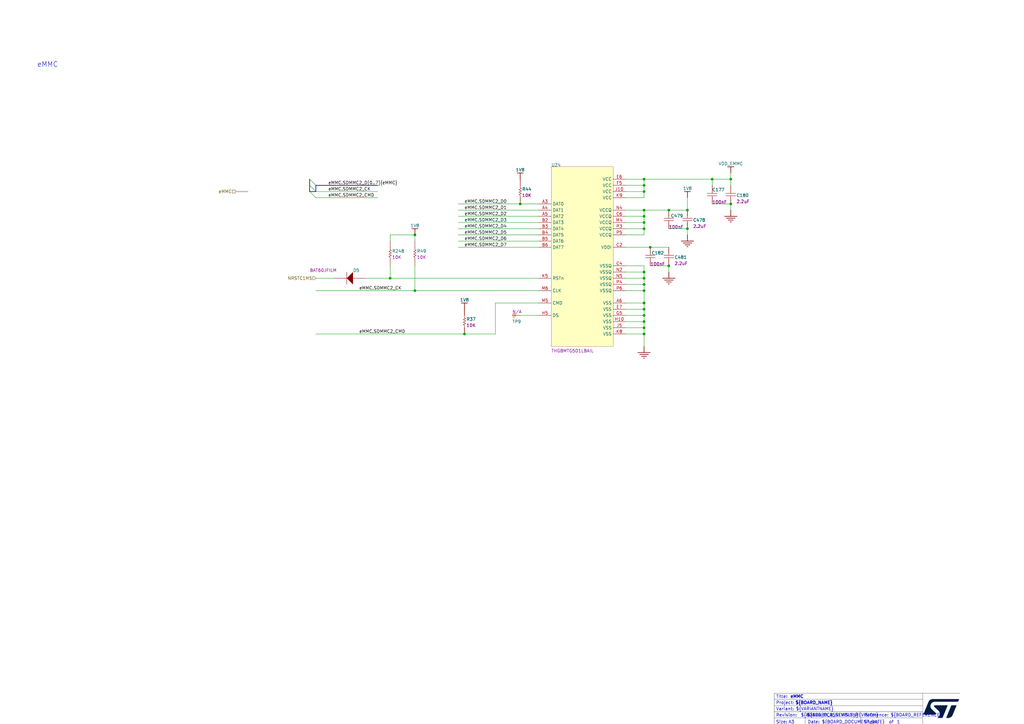
<source format=kicad_sch>
(kicad_sch (version 20250114) (generator "eeschema") (generator_version "9.0")
  (paper "A3")
  (title_block (title "eMMC") (date "Not used") (rev "Not used") (company "STMicroelectronics"))
  (lib_symbols
    (symbol "MCD_PARTS_database:root_0_BAT60JFILM_MCD_PARTS_database.DbLib" (pin_numbers (hide yes)) (pin_names (hide yes))
      (symbol "root_0_BAT60JFILM_MCD_PARTS_database.DbLib_1_0"
        (polyline (pts (xy -2.54 0) (xy -2.54 5.08)))
        (polyline (pts (xy 0 5.08) (xy -2.54 2.54) (xy 0 0) (xy 0 5.08)) (stroke (width -0.0001)) (fill (type outline)))
        (pin passive line (at -7.62 2.54 0) (length 5.08) (name "K") (number "2"))
        (pin passive line (at 5.08 2.54 180) (length 5.08) (name "A") (number "1"))
      )
    )
    (symbol "MCD_PARTS_database:root_0_eMMC_THGBMTG5D1LBAIL_MCD_PARTS_database.DbLib"
      (symbol "root_0_eMMC_THGBMTG5D1LBAIL_MCD_PARTS_database.DbLib_1_0"
        (rectangle (start 25.4 0) (end 0 -73.66) (stroke (width 0.0254) (color 128 0 0 1)) (fill (type background)))
        (pin passive line (at -5.08 -15.24 0) (length 5.08) (name "DAT0") (number "A3"))
        (pin passive line (at -5.08 -17.78 0) (length 5.08) (name "DAT1") (number "A4"))
        (pin passive line (at -5.08 -20.32 0) (length 5.08) (name "DAT2") (number "A5"))
        (pin passive line (at -5.08 -22.86 0) (length 5.08) (name "DAT3") (number "B2"))
        (pin passive line (at -5.08 -25.4 0) (length 5.08) (name "DAT4") (number "B3"))
        (pin passive line (at -5.08 -27.94 0) (length 5.08) (name "DAT5") (number "B4"))
        (pin passive line (at -5.08 -30.48 0) (length 5.08) (name "DAT6") (number "B5"))
        (pin passive line (at -5.08 -33.02 0) (length 5.08) (name "DAT7") (number "B6"))
        (pin input line (at -5.08 -45.72 0) (length 5.08) (name "RSTn") (number "K5"))
        (pin input line (at -5.08 -50.8 0) (length 5.08) (name "CLK") (number "M6"))
        (pin passive line (at -5.08 -55.88 0) (length 5.08) (name "CMD") (number "M5"))
        (pin output line (at -5.08 -60.96 0) (length 5.08) (name "DS") (number "H5"))
        (pin passive line (at 30.48 -5.08 180) (length 5.08) (name "VCC") (number "E6"))
        (pin passive line (at 30.48 -7.62 180) (length 5.08) (name "VCC") (number "F5"))
        (pin passive line (at 30.48 -10.16 180) (length 5.08) (name "VCC") (number "J10"))
        (pin passive line (at 30.48 -12.7 180) (length 5.08) (name "VCC") (number "K9"))
        (pin passive line (at 30.48 -17.78 180) (length 5.08) (name "VCCQ") (number "N4"))
        (pin passive line (at 30.48 -20.32 180) (length 5.08) (name "VCCQ") (number "C6"))
        (pin passive line (at 30.48 -22.86 180) (length 5.08) (name "VCCQ") (number "M4"))
        (pin passive line (at 30.48 -25.4 180) (length 5.08) (name "VCCQ") (number "P3"))
        (pin passive line (at 30.48 -27.94 180) (length 5.08) (name "VCCQ") (number "P5"))
        (pin passive line (at 30.48 -33.02 180) (length 5.08) (name "VDDI") (number "C2"))
        (pin passive line (at 30.48 -40.64 180) (length 5.08) (name "VSSQ") (number "C4"))
        (pin passive line (at 30.48 -43.18 180) (length 5.08) (name "VSSQ") (number "N2"))
        (pin passive line (at 30.48 -45.72 180) (length 5.08) (name "VSSQ") (number "N5"))
        (pin passive line (at 30.48 -48.26 180) (length 5.08) (name "VSSQ") (number "P4"))
        (pin passive line (at 30.48 -50.8 180) (length 5.08) (name "VSSQ") (number "P6"))
        (pin passive line (at 30.48 -55.88 180) (length 5.08) (name "VSS") (number "A6"))
        (pin passive line (at 30.48 -58.42 180) (length 5.08) (name "VSS") (number "E7"))
        (pin passive line (at 30.48 -60.96 180) (length 5.08) (name "VSS") (number "G5"))
        (pin passive line (at 30.48 -63.5 180) (length 5.08) (name "VSS") (number "H10"))
        (pin passive line (at 30.48 -66.04 180) (length 5.08) (name "VSS") (number "J5"))
        (pin passive line (at 30.48 -68.58 180) (length 5.08) (name "VSS") (number "K8"))
      )
    )
    (symbol "MCD_PARTS_database:root_1_Capacitor_MCD_PARTS_database.DbLib" (pin_numbers (hide yes)) (pin_names (hide yes))
      (symbol "root_1_Capacitor_MCD_PARTS_database.DbLib_1_0"
        (polyline (pts (xy 0.508 1.778) (xy 4.572 1.778)))
        (polyline (pts (xy 2.54 2.54) (xy 2.54 1.778)))
        (polyline (pts (xy 2.54 0) (xy 2.54 0.762)))
        (polyline (pts (xy 4.572 0.762) (xy 0.508 0.762)))
        (pin passive line (at 2.54 5.08 270) (length 2.54) (name "2") (number "2"))
        (pin passive line (at 2.54 -2.54 90) (length 2.54) (name "1") (number "1"))
      )
    )
    (symbol "MCD_PARTS_database:root_1_Resistor_MCD_PARTS_database.DbLib" (pin_numbers (hide yes)) (pin_names (hide yes))
      (symbol "root_1_Resistor_MCD_PARTS_database.DbLib_1_0"
        (polyline (pts (xy 2.54 5.08) (xy 2.54 4.064) (xy 3.048 3.81) (xy 2.032 3.302) (xy 3.048 2.794) (xy 2.032 2.286) (xy 3.048 1.778) (xy 2.032 1.27) (xy 2.54 1.016) (xy 2.54 0)))
        (pin passive line (at 2.54 7.62 270) (length 2.54) (name "2") (number "2"))
        (pin passive line (at 2.54 -2.54 90) (length 2.54) (name "1") (number "1"))
      )
    )
    (symbol "MCD_PARTS_database:root_2_Test Point_MCD_PARTS_database.DbLib" (pin_numbers (hide yes)) (pin_names (hide yes))
      (symbol "root_2_Test Point_MCD_PARTS_database.DbLib_1_0"
        (bezier (pts (xy -0.762 0) (xy -0.762 0) (xy -0.4209 0) (xy 0 0)) (stroke (width 0.0254)) (fill (type background)))
        (bezier (pts (xy 0 0.762) (xy 0 0.762) (xy 0 0.4208) (xy 0 0)) (stroke (width 0.0254)) (fill (type background)))
        (bezier (pts (xy 0 0) (xy -0.4209 0) (xy -0.762 0) (xy -0.762 0)) (stroke (width 0.0254)) (fill (type background)))
        (bezier (pts (xy 0 0) (xy 0 0.4208) (xy 0 0.762) (xy 0 0.762)) (stroke (width 0.0254)) (fill (type background)))
        (polyline (pts (xy 0 0) (xy 0 0.762) (xy 0 0) (xy 0 -0.762) (xy 0 0)) (stroke (width -0.0001)) (fill (type background)))
        (bezier (pts (xy 0 0) (xy 0 -0.4209) (xy 0 -0.762) (xy 0 -0.762)) (stroke (width 0.0254)) (fill (type background)))
        (circle (center 0 0) (radius 0.762) (stroke (width 0.0254)) (fill (type background)))
        (bezier (pts (xy 0 0) (xy 0.4208 0) (xy 0.762 0) (xy 0.762 0)) (stroke (width 0.0254)) (fill (type background)))
        (bezier (pts (xy 0 -0.762) (xy 0 -0.762) (xy 0 -0.4209) (xy 0 0)) (stroke (width 0.0254)) (fill (type background)))
        (polyline (pts (xy 0.762 0) (xy 0 0) (xy -0.762 0) (xy 0 0) (xy 0.762 0)) (stroke (width -0.0001)) (fill (type background)))
        (bezier (pts (xy 0.762 0) (xy 0.762 0) (xy 0.4208 0) (xy 0 0)) (stroke (width 0.0254)) (fill (type background)))
        (pin passive line (at 2.54 0 180) (length 2.54) (name "1") (number "1"))
      )
    )
    (symbol "STM32MP25XXAJ_DDR4-altium-import:1V8_BAR" (power)
      (property "Value" "1V8" (at 0 -3.81 0))
      (symbol "1V8_BAR_0_0"
        (polyline (pts (xy -1.27 -2.54) (xy 1.27 -2.54)) (stroke (width 0.254)))
        (polyline (pts (xy 0 0) (xy 0 -2.54)) (stroke (width 0.254)))
        (pin power_in line (at 0 0 0) (length 0) (hide yes) (name "1V8") (number ""))
      )
    )
    (symbol "STM32MP25XXAJ_DDR4-altium-import:GND_POWER_GROUND" (power)
      (property "Value" "GND" (at 0 -6.35 0))
      (symbol "GND_POWER_GROUND_0_0"
        (polyline (pts (xy -2.54 -2.54) (xy 2.54 -2.54)) (stroke (width 0.254)))
        (polyline (pts (xy -1.778 -3.302) (xy 1.778 -3.302)) (stroke (width 0.254)))
        (polyline (pts (xy -1.016 -4.064) (xy 1.016 -4.064)) (stroke (width 0.254)))
        (polyline (pts (xy -0.254 -4.826) (xy 0.254 -4.826)) (stroke (width 0.254)))
        (polyline (pts (xy 0 0) (xy 0 -2.54)) (stroke (width 0.254)))
        (pin power_in line (at 0 0 0) (length 0) (hide yes) (name "GND") (number ""))
      )
    )
    (symbol "STM32MP25XXAJ_DDR4-altium-import:VDD_EMMC_BAR" (power)
      (property "Value" "VDD_EMMC" (at 0 -3.81 0))
      (symbol "VDD_EMMC_BAR_0_0"
        (polyline (pts (xy -1.27 -2.54) (xy 1.27 -2.54)) (stroke (width 0.254)))
        (polyline (pts (xy 0 0) (xy 0 -2.54)) (stroke (width 0.254)))
        (pin power_in line (at 0 0 0) (length 0) (hide yes) (name "VDD_EMMC") (number ""))
      )
    )
    (symbol "root_1_Capacitor_MCD_PARTS_database.DbLib_1" (pin_numbers (hide yes)) (pin_names (hide yes))
      (symbol "root_1_Capacitor_MCD_PARTS_database.DbLib_1_1_0"
        (polyline (pts (xy 0.508 1.778) (xy 4.572 1.778)))
        (polyline (pts (xy 2.54 2.54) (xy 2.54 1.778)))
        (polyline (pts (xy 2.54 0) (xy 2.54 0.762)))
        (polyline (pts (xy 4.572 0.762) (xy 0.508 0.762)))
        (pin passive line (at 2.54 5.08 270) (length 2.54) (name "2") (number "2"))
        (pin passive line (at 2.54 -2.54 90) (length 2.54) (name "1") (number "1"))
      )
    )
    (symbol "root_1_Capacitor_MCD_PARTS_database.DbLib_2" (pin_numbers (hide yes)) (pin_names (hide yes))
      (symbol "root_1_Capacitor_MCD_PARTS_database.DbLib_2_1_0"
        (polyline (pts (xy 0.508 1.778) (xy 4.572 1.778)))
        (polyline (pts (xy 2.54 2.54) (xy 2.54 1.778)))
        (polyline (pts (xy 2.54 0) (xy 2.54 0.762)))
        (polyline (pts (xy 4.572 0.762) (xy 0.508 0.762)))
        (pin passive line (at 2.54 5.08 270) (length 2.54) (name "2") (number "2"))
        (pin passive line (at 2.54 -2.54 90) (length 2.54) (name "1") (number "1"))
      )
    )
    (symbol "root_1_Capacitor_MCD_PARTS_database.DbLib_3" (pin_numbers (hide yes)) (pin_names (hide yes))
      (symbol "root_1_Capacitor_MCD_PARTS_database.DbLib_3_1_0"
        (polyline (pts (xy 0.508 1.778) (xy 4.572 1.778)))
        (polyline (pts (xy 2.54 2.54) (xy 2.54 1.778)))
        (polyline (pts (xy 2.54 0) (xy 2.54 0.762)))
        (polyline (pts (xy 4.572 0.762) (xy 0.508 0.762)))
        (pin passive line (at 2.54 5.08 270) (length 2.54) (name "2") (number "2"))
        (pin passive line (at 2.54 -2.54 90) (length 2.54) (name "1") (number "1"))
      )
    )
  )
  (bus_alias "eMMC" (members "SDMMC2_CK" "SDMMC2_CMD" "SDMMC2_D[0..7]"))
  (text "Revision:" (at 318.262 294.2082 0) (effects (font (size 1.27 1.27)) (justify left bottom)))
  (text "${BOARD_DOCUMENT_DATE}" (at 337.058 297.0022 0) (effects (font (size 1.27 1.27)) (justify left bottom)))
  (text "Project:" (at 318.262 289.1282 0) (effects (font (size 1.27 1.27)) (justify left bottom)))
  (text "${BOARD_REFERENCE}" (at 365.252 294.2082 0) (effects (font (size 1.27 1.27)) (justify left bottom)))
  (text "Variant:" (at 318.262 291.6682 0) (effects (font (size 1.27 1.27)) (justify left bottom)))
  (text "${#}" (at 361.188 297.0022 0) (effects (font (size 1.27 1.27)) (justify left bottom)))
  (text "${VARIANTNAME}" (at 326.39 291.6682 0) (effects (font (size 1.27 1.27)) (justify left bottom)))
  (text "${##}" (at 367.792 297.0022 0) (effects (font (size 1.27 1.27)) (justify left bottom)))
  (text "-" (at 330.2 294.2082 0) (effects (font (size 1.27 1.27)) (justify left bottom)))
  (text "Date:" (at 331.216 297.0022 0) (effects (font (size 1.27 1.27)) (justify left bottom)))
  (text "Title:" (at 318.262 286.5882 0) (effects (font (size 1.27 1.27)) (justify left bottom)))
  (text "A3" (at 323.342 297.0022 0) (effects (font (size 1.27 1.27)) (justify left bottom)))
  (text "Size:" (at 318.262 297.0022 0) (effects (font (size 1.27 1.27)) (justify left bottom)))
  (text "of" (at 364.49 297.0022 0) (effects (font (size 1.27 1.27)) (justify left bottom)))
  (text "${BOARD_PCB_REVISION}" (at 328.422 294.2082 0) (effects (font (size 1.27 1.27)) (justify left bottom)))
  (text "${BOARD_ASSEMBLY_REVISION}" (at 330.962 294.2082 0) (effects (font (size 1.27 1.27)) (justify left bottom)))
  (text "Sheet:" (at 354.33 297.0022 0) (effects (font (size 1.27 1.27)) (justify left bottom)))
  (text "${BOARD_NAME}" (at 326.136 289.1282 0) (effects (font (size 1.27 1.27) (thickness 0.254) (bold yes)) (justify left bottom)))
  (text "Reference:" (at 354.33 294.2082 0) (effects (font (size 1.27 1.27)) (justify left bottom)))
  (text "eMMC" (at 15.24 27.7622 0) (effects (font (size 2.032 2.032)) (justify left bottom)))
  (text "${TITLE}" (at 324.104 286.5882 0) (effects (font (size 1.27 1.27) (thickness 0.254) (bold yes)) (justify left bottom)))
  (junction (at 274.32 109.0422))
  (junction (at 264.16 134.4422))
  (junction (at 264.16 119.2022))
  (junction (at 170.18 96.3422))
  (junction (at 299.72 73.4822))
  (junction (at 264.16 91.2622))
  (junction (at 190.5 136.9822))
  (junction (at 264.16 114.1222))
  (junction (at 264.16 78.5622))
  (junction (at 264.16 129.3622))
  (junction (at 264.16 76.0222))
  (junction (at 264.16 116.6622))
  (junction (at 264.16 131.9022))
  (junction (at 170.18 119.2022))
  (junction (at 264.16 73.4822))
  (junction (at 281.94 86.1822))
  (junction (at 264.16 126.8222))
  (junction (at 213.36 83.6422))
  (junction (at 264.16 136.9822))
  (junction (at 264.16 124.2822))
  (junction (at 266.7 101.4222))
  (junction (at 264.16 86.1822))
  (junction (at 292.1 73.4822))
  (junction (at 299.72 83.6422))
  (junction (at 264.16 93.8022))
  (junction (at 274.32 86.1822))
  (junction (at 160.02 114.1222))
  (junction (at 264.16 111.5822))
  (junction (at 281.94 93.8022))
  (junction (at 264.16 88.7222))
  (bus_entry (at 129.54 76.0222) (size -2.54 -2.54))
  (bus_entry (at 129.54 81.1022) (size -2.54 -2.54))
  (bus_entry (at 129.54 78.5622) (size -2.54 -2.54))
  (wire (pts (xy 292.1 73.4822) (xy 299.72 73.4822)))
  (wire (pts (xy 256.54 134.4422) (xy 264.16 134.4422)))
  (wire (pts (xy 292.1 73.4822) (xy 292.1 76.0222)))
  (wire (pts (xy 264.16 129.3622) (xy 256.54 129.3622)))
  (wire (pts (xy 220.98 96.3422) (xy 187.96 96.3422)))
  (wire (pts (xy 256.54 101.4222) (xy 266.7 101.4222)))
  (wire (pts (xy 281.94 93.8022) (xy 281.94 96.3422)))
  (wire (pts (xy 170.18 96.3422) (xy 170.18 98.8822)))
  (polyline (pts (xy 317.5 291.9222) (xy 378.46 291.9222)) (stroke (width 0.0254) (type solid) (color 0 0 0 1)))
  (wire (pts (xy 299.72 83.6422) (xy 299.72 86.1822)))
  (polyline (pts (xy 353.06 291.9222) (xy 353.06 297.0022)) (stroke (width 0.0254) (type solid) (color 0 0 0 1)))
  (wire (pts (xy 160.02 114.1222) (xy 220.98 114.1222)))
  (wire (pts (xy 256.54 73.4822) (xy 264.16 73.4822)))
  (polyline (pts (xy 378.46 284.3022) (xy 378.46 297.0022)) (stroke (width 0.0254) (type solid) (color 0 0 0 1)))
  (bus (pts (xy 127 78.5622) (xy 129.54 78.5622)) (stroke (width 0.254)))
  (bus (pts (xy 129.54 76.0222) (xy 154.94 76.0222)) (stroke (width 0.254)))
  (wire (pts (xy 281.94 86.1822) (xy 281.94 81.1022)))
  (wire (pts (xy 264.16 131.9022) (xy 264.16 129.3622)))
  (wire (pts (xy 203.2 124.2822) (xy 203.2 136.9822)))
  (wire (pts (xy 264.16 134.4422) (xy 264.16 131.9022)))
  (wire (pts (xy 264.16 73.4822) (xy 292.1 73.4822)))
  (wire (pts (xy 264.16 78.5622) (xy 256.54 78.5622)))
  (bus (pts (xy 129.54 78.5622) (xy 129.54 76.0222)) (stroke (width 0.254)))
  (wire (pts (xy 129.54 114.1222) (xy 137.16 114.1222)))
  (wire (pts (xy 266.7 109.0422) (xy 274.32 109.0422)))
  (wire (pts (xy 220.98 83.6422) (xy 213.36 83.6422)))
  (wire (pts (xy 274.32 86.1822) (xy 281.94 86.1822)))
  (wire (pts (xy 264.16 93.8022) (xy 256.54 93.8022)))
  (wire (pts (xy 264.16 91.2622) (xy 256.54 91.2622)))
  (polyline (pts (xy 378.46 286.8422) (xy 317.5 286.8422)) (stroke (width 0.0254) (type solid) (color 0 0 0 1)))
  (wire (pts (xy 299.72 73.4822) (xy 299.72 70.9422)))
  (wire (pts (xy 264.16 81.1022) (xy 256.54 81.1022)))
  (wire (pts (xy 264.16 114.1222) (xy 264.16 116.6622)))
  (wire (pts (xy 264.16 91.2622) (xy 264.16 88.7222)))
  (wire (pts (xy 264.16 88.7222) (xy 256.54 88.7222)))
  (wire (pts (xy 213.36 83.6422) (xy 187.96 83.6422)))
  (wire (pts (xy 220.98 91.2622) (xy 187.96 91.2622)))
  (wire (pts (xy 170.18 109.0422) (xy 170.18 119.2022)))
  (wire (pts (xy 264.16 88.7222) (xy 264.16 86.1822)))
  (wire (pts (xy 129.54 78.5622) (xy 154.94 78.5622)))
  (wire (pts (xy 160.02 96.3422) (xy 170.18 96.3422)))
  (polyline (pts (xy 317.5 294.4622) (xy 378.46 294.4622)) (stroke (width 0.0254) (type solid) (color 0 0 0 1)))
  (wire (pts (xy 256.54 109.0422) (xy 264.16 109.0422)))
  (wire (pts (xy 264.16 96.3422) (xy 264.16 93.8022)))
  (wire (pts (xy 274.32 93.8022) (xy 281.94 93.8022)))
  (wire (pts (xy 149.86 114.1222) (xy 160.02 114.1222)))
  (wire (pts (xy 264.16 76.0222) (xy 264.16 78.5622)))
  (wire (pts (xy 264.16 119.2022) (xy 256.54 119.2022)))
  (polyline (pts (xy 317.5 284.3022) (xy 317.5 297.0022)) (stroke (width 0.0254) (type solid) (color 0 0 0 1)))
  (wire (pts (xy 220.98 98.8822) (xy 187.96 98.8822)))
  (wire (pts (xy 220.98 88.7222) (xy 187.96 88.7222)))
  (polyline (pts (xy 330.2 294.4622) (xy 330.2 297.0022)) (stroke (width 0.0254) (type solid) (color 0 0 0 1)))
  (wire (pts (xy 220.98 86.1822) (xy 187.96 86.1822)))
  (polyline (pts (xy 317.5 289.3822) (xy 378.46 289.3822)) (stroke (width 0.0254) (type solid) (color 0 0 0 1)))
  (wire (pts (xy 256.54 96.3422) (xy 264.16 96.3422)))
  (wire (pts (xy 264.16 111.5822) (xy 264.16 114.1222)))
  (wire (pts (xy 264.16 116.6622) (xy 264.16 119.2022)))
  (wire (pts (xy 264.16 109.0422) (xy 264.16 111.5822)))
  (wire (pts (xy 264.16 136.9822) (xy 264.16 142.0622)))
  (wire (pts (xy 160.02 98.8822) (xy 160.02 96.3422)))
  (wire (pts (xy 190.5 136.9822) (xy 129.54 136.9822)))
  (wire (pts (xy 264.16 73.4822) (xy 264.16 76.0222)))
  (wire (pts (xy 220.98 124.2822) (xy 203.2 124.2822)))
  (wire (pts (xy 264.16 78.5622) (xy 264.16 81.1022)))
  (wire (pts (xy 220.98 101.4222) (xy 187.96 101.4222)))
  (wire (pts (xy 292.1 83.6422) (xy 299.72 83.6422)))
  (bus (pts (xy 127 78.5622) (xy 127 76.0222)) (stroke (width 0.254)))
  (wire (pts (xy 266.7 101.4222) (xy 274.32 101.4222)))
  (bus (pts (xy 127 76.0222) (xy 127 73.4822)) (stroke (width 0.254)))
  (wire (pts (xy 264.16 86.1822) (xy 274.32 86.1822)))
  (wire (pts (xy 264.16 76.0222) (xy 256.54 76.0222)))
  (wire (pts (xy 274.32 109.0422) (xy 274.32 111.5822)))
  (wire (pts (xy 264.16 136.9822) (xy 264.16 134.4422)))
  (wire (pts (xy 264.16 119.2022) (xy 264.16 124.2822)))
  (wire (pts (xy 264.16 114.1222) (xy 256.54 114.1222)))
  (wire (pts (xy 220.98 93.8022) (xy 187.96 93.8022)))
  (wire (pts (xy 264.16 116.6622) (xy 256.54 116.6622)))
  (wire (pts (xy 264.16 126.8222) (xy 256.54 126.8222)))
  (wire (pts (xy 170.18 119.2022) (xy 129.54 119.2022)))
  (wire (pts (xy 299.72 76.0222) (xy 299.72 73.4822)))
  (wire (pts (xy 264.16 126.8222) (xy 264.16 129.3622)))
  (wire (pts (xy 264.16 111.5822) (xy 256.54 111.5822)))
  (wire (pts (xy 220.98 119.2022) (xy 170.18 119.2022)))
  (wire (pts (xy 264.16 93.8022) (xy 264.16 91.2622)))
  (polyline (pts (xy 393.7 284.3022) (xy 317.5 284.3022)) (stroke (width 0.0254) (type solid) (color 0 0 0 1)))
  (wire (pts (xy 213.36 129.3622) (xy 220.98 129.3622)))
  (wire (pts (xy 256.54 131.9022) (xy 264.16 131.9022)))
  (wire (pts (xy 129.54 81.1022) (xy 154.94 81.1022)))
  (wire (pts (xy 160.02 109.0422) (xy 160.02 114.1222)))
  (wire (pts (xy 264.16 124.2822) (xy 264.16 126.8222)))
  (wire (pts (xy 256.54 124.2822) (xy 264.16 124.2822)))
  (wire (pts (xy 203.2 136.9822) (xy 190.5 136.9822)))
  (wire (pts (xy 264.16 86.1822) (xy 256.54 86.1822)))
  (bus (pts (xy 101.6 78.5622) (xy 96.52 78.5622)) (stroke (width 0.508) (color 173 188 231 1)))
  (wire (pts (xy 256.54 136.9822) (xy 264.16 136.9822)))
  (image (at 386.042 290.6347) (scale 0.0686606))
  (label "eMMC.SDMMC2_D7" (at 190.5 101.4222 0))
  (label "eMMC.SDMMC2_CMD" (at 147.32 136.9822 0))
  (label "eMMC.SDMMC2_CMD" (at 134.62 81.1022 0))
  (label "eMMC.SDMMC2_CK" (at 147.32 119.2022 0))
  (label "eMMC.SDMMC2_CK" (at 134.62 78.5622 0))
  (label "eMMC.SDMMC2_D4" (at 190.5 93.8022 0))
  (label "eMMC.SDMMC2_D6" (at 190.5 98.8822 0))
  (label "eMMC.SDMMC2_D0" (at 190.5 83.6422 0))
  (label "eMMC.SDMMC2_D3" (at 190.5 91.2622 0))
  (label "eMMC.SDMMC2_D[0..7]{eMMC}" (at 134.62 76.0222 0))
  (label "eMMC.SDMMC2_D5" (at 190.5 96.3422 0))
  (label "eMMC.SDMMC2_D2" (at 190.5 88.7222 0))
  (label "eMMC.SDMMC2_D1" (at 190.5 86.1822 0))
  (hierarchical_label "NRSTC1MS" (shape input) (at 129.54 114.1222 180))
  (hierarchical_label "eMMC" (shape passive) (at 96.52 78.5622 180))
  (symbol (lib_id "MCD_PARTS_database:root_1_Capacitor_MCD_PARTS_database.DbLib") (at 289.56 81.1022 0) (unit 1)
    (property "Reference" "C177" (at 292.1 78.5622 0) (effects (justify left bottom)))
    (property "Value" "Capacitor" (effects (hide yes)))
    (property "Footprint" "C0402" (effects (hide yes)))
    (property "Description" "Capacitor, MLCC, 100nF, 16V, X7R, +/-10%, 0402, T=0.5mm" (effects (hide yes)))
    (property "INTERNAL_PART_NUMBER" "MCD-00006" (effects (hide yes)))
    (property "ALTIUM_VALUE" "100nF" (at 292.1 83.6422 0) (effects (justify left bottom)))
    (property "STATUS" "Released" (effects (hide yes)))
    (property "PART_PREFERENCE" "Recommended" (effects (hide yes)))
    (property "PART_TYPE" "Capacitor" (effects (hide yes)))
    (property "MANUFACTURER" "YAGEO" (effects (hide yes)))
    (property "MANUFACTURER_PART_NUMBER" "CC0402KRX7R7BB104" (effects (hide yes)))
    (property "ALTERNATE_MANUFACTURER" "MURATA" (effects (hide yes)))
    (property "ALTERNATE_MANUFACTURER_PART_NUMBER" "GCM155R71C104KA55D" (effects (hide yes)))
    (property "PACKAGE" "0402" (effects (hide yes)))
    (property "COMPONENTLINK1DESCRIPTION" "Datasheet" (effects (hide yes)))
    (property "COMPONENTLINK1URL" "http://tunmcdsvn.tun.st.com/Component_Documentation_Library/Trunk/Capacitor/YAGEO_X7R_Series" (effects (hide yes)))
    (property "ORDER_CODE_DIGIKEY" "311-1338-1-ND" (effects (hide yes)))
    (property "ORDER_CODE_FARNELL" "9402047" (effects (hide yes)))
    (property "ORDER_CODE_RS" "9402047" (effects (hide yes)))
    (property "COMPONENT_COUNTRY_OF_ORIGIN" "China" (effects (hide yes)))
    (property "ID" "2474" (effects (hide yes)))
    (property "SHOWFIELDS" "YES" (effects (hide yes)))
    (property "PARTIAL_ALTERNATE_INTERNAL_PART_NUMBER" "MCD-03299" (effects (hide yes)))
  )
  (symbol (lib_name "root_1_Capacitor_MCD_PARTS_database.DbLib_1") (lib_id "MCD_PARTS_database:root_1_Capacitor_MCD_PARTS_database.DbLib") (at 297.18 81.1022 0) (unit 1)
    (property "Reference" "C180" (at 302.006 80.8482 0) (effects (justify left bottom)))
    (property "Value" "Capacitor" (effects (hide yes)))
    (property "Footprint" "C0402" (effects (hide yes)))
    (property "Description" "Capacitor, MLCC, 2.2uF, 6.3V, X5R, +/-10%, 0402, T=0.5mm" (effects (hide yes)))
    (property "INTERNAL_PART_NUMBER" "MCD-02606" (effects (hide yes)))
    (property "ALTIUM_VALUE" "2.2uF" (at 302.006 83.3882 0) (effects (justify left bottom)))
    (property "STATUS" "Released" (effects (hide yes)))
    (property "PART_TYPE" "Capacitor" (effects (hide yes)))
    (property "PART_PREFERENCE" "Recommended" (effects (hide yes)))
    (property "MANUFACTURER" "YAGEO" (effects (hide yes)))
    (property "MANUFACTURER_PART_NUMBER" "CC0402KRX5R5BB225" (effects (hide yes)))
    (property "PACKAGE" "0402" (effects (hide yes)))
    (property "COMPONENTLINK1URL" "http://tunmcdsvn.tun.st.com/Component_Documentation_Library/Trunk/Capacitor/YAGEO_X5R_Series" (effects (hide yes)))
    (property "ORDER_CODE_DIGIKEY" "311-1682-2-ND" (effects (hide yes)))
    (property "ORDER_CODE_FARNELL" "3366429" (effects (hide yes)))
    (property "ORDER_CODE_RS" "1992205" (effects (hide yes)))
    (property "SHOWFIELDS" "YES" (effects (hide yes)))
    (property "ID" "4712" (effects (hide yes)))
    (property "COMPONENT_COUNTRY_OF_ORIGIN" "China°" (effects (hide yes)))
  )
  (symbol (lib_id "MCD_PARTS_database:root_1_Resistor_MCD_PARTS_database.DbLib") (at 157.48 106.5022 0) (unit 1)
    (property "Reference" "R248" (at 160.782 103.7082 0) (effects (justify left bottom)))
    (property "Value" "Resistor" (effects (hide yes)))
    (property "Footprint" "R0402" (effects (hide yes)))
    (property "Description" "Resistor,10K,0402,1%,1/16W" (effects (hide yes)))
    (property "INTERNAL_PART_NUMBER" "MCD-00053" (effects (hide yes)))
    (property "ALTIUM_VALUE" "10K" (at 160.782 106.2482 0) (effects (justify left bottom)))
    (property "STATUS" "Released" (effects (hide yes)))
    (property "PART_TYPE" "Resistor" (effects (hide yes)))
    (property "MANUFACTURER_PART_NUMBER" "RC0402FR-0710KL" (effects (hide yes)))
    (property "MANUFACTURER" "YAGEO" (effects (hide yes)))
    (property "PACKAGE" "0402" (effects (hide yes)))
    (property "COMPONENTLINK1DESCRIPTION" "Datasheet" (effects (hide yes)))
    (property "COMPONENTLINK1URL" "http://tunmcdsvn.tun.st.com/Component_Documentation_Library/Trunk/Resistor/YAGEO_RC_L_Series" (effects (hide yes)))
    (property "ECCN_US" "EAR99" (effects (hide yes)))
    (property "ECCN_EU" "NEC" (effects (hide yes)))
    (property "PROVIDED_BY" "SUBCO" (effects (hide yes)))
    (property "BMS_PART_NUMBER" "9131590" (effects (hide yes)))
    (property "ORDER_CODE_DIGIKEY" "311-10.0KLRCT-ND" (effects (hide yes)))
    (property "ORDER_CODE_FARNELL" "9239359" (effects (hide yes)))
    (property "ORDER_CODE_RS" "9239359" (effects (hide yes)))
    (property "COMPONENT_COUNTRY_OF_ORIGIN" "China" (effects (hide yes)))
    (property "ID" "2539" (effects (hide yes)))
    (property "PART_PREFERENCE" "Recommended" (effects (hide yes)))
    (property "SHOWFIELDS" "YES" (effects (hide yes)))
  )
  (symbol (lib_id "MCD_PARTS_database:root_1_Resistor_MCD_PARTS_database.DbLib") (at 210.82 81.1022 0) (unit 1)
    (property "Reference" "R44" (at 214.122 78.3082 0) (effects (justify left bottom)))
    (property "Value" "Resistor" (effects (hide yes)))
    (property "Footprint" "R0402" (effects (hide yes)))
    (property "Description" "Resistor,10K,0402,1%,1/16W" (effects (hide yes)))
    (property "INTERNAL_PART_NUMBER" "MCD-00053" (effects (hide yes)))
    (property "ALTIUM_VALUE" "10K" (at 214.122 80.8482 0) (effects (justify left bottom)))
    (property "STATUS" "Released" (effects (hide yes)))
    (property "PART_TYPE" "Resistor" (effects (hide yes)))
    (property "MANUFACTURER_PART_NUMBER" "RC0402FR-0710KL" (effects (hide yes)))
    (property "MANUFACTURER" "YAGEO" (effects (hide yes)))
    (property "PACKAGE" "0402" (effects (hide yes)))
    (property "COMPONENTLINK1DESCRIPTION" "Datasheet" (effects (hide yes)))
    (property "COMPONENTLINK1URL" "http://tunmcdsvn.tun.st.com/Component_Documentation_Library/Trunk/Resistor/YAGEO_RC_L_Series" (effects (hide yes)))
    (property "ECCN_US" "EAR99" (effects (hide yes)))
    (property "ECCN_EU" "NEC" (effects (hide yes)))
    (property "PROVIDED_BY" "SUBCO" (effects (hide yes)))
    (property "BMS_PART_NUMBER" "9131590" (effects (hide yes)))
    (property "ORDER_CODE_DIGIKEY" "311-10.0KLRCT-ND" (effects (hide yes)))
    (property "ORDER_CODE_FARNELL" "9239359" (effects (hide yes)))
    (property "ORDER_CODE_RS" "9239359" (effects (hide yes)))
    (property "COMPONENT_COUNTRY_OF_ORIGIN" "China" (effects (hide yes)))
    (property "ID" "2539" (effects (hide yes)))
    (property "PART_PREFERENCE" "Recommended" (effects (hide yes)))
    (property "SHOWFIELDS" "YES" (effects (hide yes)))
  )
  (symbol (lib_id "MCD_PARTS_database:root_1_Capacitor_MCD_PARTS_database.DbLib") (at 271.78 91.2622 0) (unit 1)
    (property "Reference" "C479" (at 275.082 89.2302 0) (effects (justify left bottom)))
    (property "Value" "Capacitor" (effects (hide yes)))
    (property "Footprint" "C0402" (effects (hide yes)))
    (property "Description" "Capacitor, MLCC, 100nF, 16V, X7R, +/-10%, 0402, T=0.5mm" (effects (hide yes)))
    (property "INTERNAL_PART_NUMBER" "MCD-00006" (effects (hide yes)))
    (property "ALTIUM_VALUE" "100nF" (at 274.32 93.8022 0) (effects (justify left bottom)))
    (property "STATUS" "Released" (effects (hide yes)))
    (property "PART_PREFERENCE" "Recommended" (effects (hide yes)))
    (property "PART_TYPE" "Capacitor" (effects (hide yes)))
    (property "MANUFACTURER" "YAGEO" (effects (hide yes)))
    (property "MANUFACTURER_PART_NUMBER" "CC0402KRX7R7BB104" (effects (hide yes)))
    (property "ALTERNATE_MANUFACTURER" "MURATA" (effects (hide yes)))
    (property "ALTERNATE_MANUFACTURER_PART_NUMBER" "GCM155R71C104KA55D" (effects (hide yes)))
    (property "PACKAGE" "0402" (effects (hide yes)))
    (property "COMPONENTLINK1DESCRIPTION" "Datasheet" (effects (hide yes)))
    (property "COMPONENTLINK1URL" "http://tunmcdsvn.tun.st.com/Component_Documentation_Library/Trunk/Capacitor/YAGEO_X7R_Series" (effects (hide yes)))
    (property "ORDER_CODE_DIGIKEY" "311-1338-1-ND" (effects (hide yes)))
    (property "ORDER_CODE_FARNELL" "9402047" (effects (hide yes)))
    (property "ORDER_CODE_RS" "9402047" (effects (hide yes)))
    (property "COMPONENT_COUNTRY_OF_ORIGIN" "China" (effects (hide yes)))
    (property "ID" "2474" (effects (hide yes)))
    (property "SHOWFIELDS" "YES" (effects (hide yes)))
    (property "PARTIAL_ALTERNATE_INTERNAL_PART_NUMBER" "MCD-03299" (effects (hide yes)))
  )
  (symbol (lib_id "STM32MP25XXAJ_DDR4-altium-import:GND_POWER_GROUND") (at 281.94 96.3422 0) (unit 1)
    (property "Reference" "#PWR?" (effects (hide yes)))
    (property "Value" "GND" (effects (hide yes)))
  )
  (symbol (lib_id "STM32MP25XXAJ_DDR4-altium-import:GND_POWER_GROUND") (at 299.72 86.1822 0) (unit 1)
    (property "Reference" "#PWR?" (effects (hide yes)))
    (property "Value" "GND" (effects (hide yes)))
  )
  (symbol (lib_id "STM32MP25XXAJ_DDR4-altium-import:1V8_BAR") (at 213.36 73.4822 180) (unit 1)
    (property "Reference" "#PWR?" (effects (hide yes)))
    (property "Value" "1V8" (at 213.36 69.6722 0))
  )
  (symbol (lib_id "STM32MP25XXAJ_DDR4-altium-import:1V8_BAR") (at 190.5 126.8222 180) (unit 1)
    (property "Reference" "#PWR?" (effects (hide yes)))
    (property "Value" "1V8" (at 190.5 123.0122 0))
  )
  (symbol (lib_id "MCD_PARTS_database:root_0_eMMC_THGBMTG5D1LBAIL_MCD_PARTS_database.DbLib") (at 226.06 68.4022 0) (unit 1)
    (property "Reference" "U24" (at 226.06 68.4022 0) (effects (justify left bottom)))
    (property "Value" "eMMC_THGBMTG5D1LBAIL" (effects (hide yes)))
    (property "Footprint" "ICC_P-WFBGA153_13X11P5_P050" (effects (hide yes)))
    (property "Description" "Memory, eMMC, 4GB, 15nm ,WFBGA , 153 pins" (effects (hide yes)))
    (property "INTERNAL_PART_NUMBER" "MCD-02799" (effects (hide yes)))
    (property "ALTIUM_VALUE" "THGBMTG5D1LBAIL" (at 226.06 144.6022 0) (effects (justify left bottom)))
    (property "STATUS" "Released" (effects (hide yes)))
    (property "PART_TYPE" "IC" (effects (hide yes)))
    (property "PART_PREFERENCE" "Not recommended" (effects (hide yes)))
    (property "MANUFACTURER" "KIOXIA" (effects (hide yes)))
    (property "MANUFACTURER_PART_NUMBER" "THGBMTG5D1LBAIL" (effects (hide yes)))
    (property "PACKAGE" "WFBGA153" (effects (hide yes)))
    (property "COMPONENTLINK1URL" "http://tunmcdsvn.tun.st.com/Component_Documentation_Library/Trunk/IC/KIOXIA_THGBMTG5D1LBAIL" (effects (hide yes)))
    (property "ORDER_CODE_DIGIKEY" "N/A" (effects (hide yes)))
    (property "ORDER_CODE_FARNELL" "N/A" (effects (hide yes)))
    (property "ORDER_CODE_RS" "N/A" (effects (hide yes)))
    (property "SHOWFIELDS" "YES" (effects (hide yes)))
    (property "ID" "4911" (effects (hide yes)))
    (property "COMPONENT_COUNTRY_OF_ORIGIN" "Unknown" (effects (hide yes)))
  )
  (symbol (lib_id "STM32MP25XXAJ_DDR4-altium-import:GND_POWER_GROUND") (at 264.16 142.0622 0) (unit 1)
    (property "Reference" "#PWR?" (effects (hide yes)))
    (property "Value" "GND" (effects (hide yes)))
  )
  (symbol (lib_id "MCD_PARTS_database:root_0_BAT60JFILM_MCD_PARTS_database.DbLib") (at 144.78 116.6622 0) (unit 1)
    (property "Reference" "D5" (at 144.78 111.5822 0) (effects (justify left bottom)))
    (property "Value" "BAT60JFILM" (effects (hide yes)))
    (property "Footprint" "DIO_SOD323" (effects (hide yes)))
    (property "Description" "BAT60JFILM" (effects (hide yes)))
    (property "INTERNAL_PART_NUMBER" "MCD-00034" (effects (hide yes)))
    (property "ALTIUM_VALUE" "BAT60JFILM" (at 127 111.5822 0) (effects (justify left bottom)))
    (property "BMS_PART_NUMBER" "9151097" (effects (hide yes)))
    (property "STATUS" "Released" (effects (hide yes)))
    (property "PART_TYPE" "Diode" (effects (hide yes)))
    (property "PART_PREFERENCE" "Recommended" (effects (hide yes)))
    (property "MANUFACTURER" "STMICROELECTRONICS" (effects (hide yes)))
    (property "MANUFACTURER_PART_NUMBER" "BAT60JFILM" (effects (hide yes)))
    (property "COMPONENTLINK1URL" "http://tunmcdsvn.tun.st.com/Component_Documentation_Library/Trunk/Diode/STMICROELECTRONICS_BAT60J_Series" (effects (hide yes)))
    (property "COMPONENT_COUNTRY_OF_ORIGIN" "China" (effects (hide yes)))
    (property "MANUFACTURER_HQ_COO" "EU" (effects (hide yes)))
    (property "SHOWFIELDS" "YES" (effects (hide yes)))
    (property "ID" "2483" (effects (hide yes)))
    (property "ORDER_CODE_DIGIKEY" "497-3707-2-ND" (effects (hide yes)))
    (property "ORDER_CODE_FARNELL" "1467544" (effects (hide yes)))
    (property "ORDER_CODE_RS" "714-6879" (effects (hide yes)))
    (property "PACKAGE" "SOD323" (effects (hide yes)))
  )
  (symbol (lib_id "STM32MP25XXAJ_DDR4-altium-import:GND_POWER_GROUND") (at 274.32 111.5822 0) (unit 1)
    (property "Reference" "#PWR?" (effects (hide yes)))
    (property "Value" "GND" (effects (hide yes)))
  )
  (symbol (lib_id "MCD_PARTS_database:root_1_Resistor_MCD_PARTS_database.DbLib") (at 167.64 106.5022 0) (unit 1)
    (property "Reference" "R49" (at 170.942 103.7082 0) (effects (justify left bottom)))
    (property "Value" "Resistor" (effects (hide yes)))
    (property "Footprint" "R0402" (effects (hide yes)))
    (property "Description" "Resistor,10K,0402,1%,1/16W" (effects (hide yes)))
    (property "INTERNAL_PART_NUMBER" "MCD-00053" (effects (hide yes)))
    (property "ALTIUM_VALUE" "10K" (at 170.942 106.2482 0) (effects (justify left bottom)))
    (property "STATUS" "Released" (effects (hide yes)))
    (property "PART_TYPE" "Resistor" (effects (hide yes)))
    (property "MANUFACTURER_PART_NUMBER" "RC0402FR-0710KL" (effects (hide yes)))
    (property "MANUFACTURER" "YAGEO" (effects (hide yes)))
    (property "PACKAGE" "0402" (effects (hide yes)))
    (property "COMPONENTLINK1DESCRIPTION" "Datasheet" (effects (hide yes)))
    (property "COMPONENTLINK1URL" "http://tunmcdsvn.tun.st.com/Component_Documentation_Library/Trunk/Resistor/YAGEO_RC_L_Series" (effects (hide yes)))
    (property "ECCN_US" "EAR99" (effects (hide yes)))
    (property "ECCN_EU" "NEC" (effects (hide yes)))
    (property "PROVIDED_BY" "SUBCO" (effects (hide yes)))
    (property "BMS_PART_NUMBER" "9131590" (effects (hide yes)))
    (property "ORDER_CODE_DIGIKEY" "311-10.0KLRCT-ND" (effects (hide yes)))
    (property "ORDER_CODE_FARNELL" "9239359" (effects (hide yes)))
    (property "ORDER_CODE_RS" "9239359" (effects (hide yes)))
    (property "COMPONENT_COUNTRY_OF_ORIGIN" "China" (effects (hide yes)))
    (property "ID" "2539" (effects (hide yes)))
    (property "PART_PREFERENCE" "Recommended" (effects (hide yes)))
    (property "SHOWFIELDS" "YES" (effects (hide yes)))
  )
  (symbol (lib_id "STM32MP25XXAJ_DDR4-altium-import:1V8_BAR") (at 170.18 96.3422 180) (unit 1)
    (property "Reference" "#PWR?" (effects (hide yes)))
    (property "Value" "1V8" (at 170.18 92.5322 0))
  )
  (symbol (lib_id "STM32MP25XXAJ_DDR4-altium-import:1V8_BAR") (at 281.94 81.1022 180) (unit 1)
    (property "Reference" "#PWR?" (effects (hide yes)))
    (property "Value" "1V8" (at 281.94 77.2922 0))
  )
  (symbol (lib_id "MCD_PARTS_database:root_2_Test Point_MCD_PARTS_database.DbLib") (at 210.82 129.3622 0) (unit 1)
    (property "Reference" "TP9" (at 210.058 132.6642 0) (effects (justify left bottom)))
    (property "Value" "Test Point" (effects (hide yes)))
    (property "Footprint" "TP_SMD_1MM" (effects (hide yes)))
    (property "Description" "Test Point 1mm" (effects (hide yes)))
    (property "INTERNAL_PART_NUMBER" "MCD-00074" (effects (hide yes)))
    (property "STATUS" "Released" (effects (hide yes)))
    (property "PART_TYPE" "Misc" (effects (hide yes)))
    (property "MANUFACTURER_PART_NUMBER" "n/a" (effects (hide yes)))
    (property "MANUFACTURER" "n/a" (effects (hide yes)))
    (property "COMPONENTLINK1DESCRIPTION" "Datasheet" (effects (hide yes)))
    (property "COMPONENTLINK1URL" "http://tunmcdsvn.tun.st.com/Component_Documentation_Library/Trunk/Misc/" (effects (hide yes)))
    (property "ECCN_US" "n/a" (effects (hide yes)))
    (property "ECCN_EU" "n/a" (effects (hide yes)))
    (property "PROVIDED_BY" "n/a" (effects (hide yes)))
    (property "ORDER_CODE_DIGIKEY" "N/A" (effects (hide yes)))
    (property "ORDER_CODE_FARNELL" "N/A" (effects (hide yes)))
    (property "ORDER_CODE_RS" "N/A" (effects (hide yes)))
    (property "ALTIUM_VALUE" "N/A" (at 210.058 128.6002 0) (effects (justify left bottom)))
    (property "COMPONENT_COUNTRY_OF_ORIGIN" "Unknown" (effects (hide yes)))
    (property "ID" "2518" (effects (hide yes)))
    (property "MANUFACTURER_HQ_COO" "Unknown" (effects (hide yes)))
    (property "PART_PREFERENCE" "Recommended" (effects (hide yes)))
    (property "SHOWFIELDS" "YES" (effects (hide yes)))
  )
  (symbol (lib_id "MCD_PARTS_database:root_1_Resistor_MCD_PARTS_database.DbLib") (at 187.96 134.4422 0) (unit 1)
    (property "Reference" "R37" (at 191.262 131.6482 0) (effects (justify left bottom)))
    (property "Value" "Resistor" (effects (hide yes)))
    (property "Footprint" "R0402" (effects (hide yes)))
    (property "Description" "Resistor,10K,0402,1%,1/16W" (effects (hide yes)))
    (property "INTERNAL_PART_NUMBER" "MCD-00053" (effects (hide yes)))
    (property "ALTIUM_VALUE" "10K" (at 191.262 134.1882 0) (effects (justify left bottom)))
    (property "STATUS" "Released" (effects (hide yes)))
    (property "PART_TYPE" "Resistor" (effects (hide yes)))
    (property "MANUFACTURER_PART_NUMBER" "RC0402FR-0710KL" (effects (hide yes)))
    (property "MANUFACTURER" "YAGEO" (effects (hide yes)))
    (property "PACKAGE" "0402" (effects (hide yes)))
    (property "COMPONENTLINK1DESCRIPTION" "Datasheet" (effects (hide yes)))
    (property "COMPONENTLINK1URL" "http://tunmcdsvn.tun.st.com/Component_Documentation_Library/Trunk/Resistor/YAGEO_RC_L_Series" (effects (hide yes)))
    (property "ECCN_US" "EAR99" (effects (hide yes)))
    (property "ECCN_EU" "NEC" (effects (hide yes)))
    (property "PROVIDED_BY" "SUBCO" (effects (hide yes)))
    (property "BMS_PART_NUMBER" "9131590" (effects (hide yes)))
    (property "ORDER_CODE_DIGIKEY" "311-10.0KLRCT-ND" (effects (hide yes)))
    (property "ORDER_CODE_FARNELL" "9239359" (effects (hide yes)))
    (property "ORDER_CODE_RS" "9239359" (effects (hide yes)))
    (property "COMPONENT_COUNTRY_OF_ORIGIN" "China" (effects (hide yes)))
    (property "ID" "2539" (effects (hide yes)))
    (property "PART_PREFERENCE" "Recommended" (effects (hide yes)))
    (property "SHOWFIELDS" "YES" (effects (hide yes)))
  )
  (symbol (lib_id "MCD_PARTS_database:root_1_Capacitor_MCD_PARTS_database.DbLib") (at 264.16 106.5022 0) (unit 1)
    (property "Reference" "C182" (at 267.208 104.4702 0) (effects (justify left bottom)))
    (property "Value" "Capacitor" (effects (hide yes)))
    (property "Footprint" "C0402" (effects (hide yes)))
    (property "Description" "Capacitor, MLCC, 100nF, 16V, X7R, +/-10%, 0402, T=0.5mm" (effects (hide yes)))
    (property "INTERNAL_PART_NUMBER" "MCD-00006" (effects (hide yes)))
    (property "ALTIUM_VALUE" "100nF" (at 266.7 109.0422 0) (effects (justify left bottom)))
    (property "STATUS" "Released" (effects (hide yes)))
    (property "PART_PREFERENCE" "Recommended" (effects (hide yes)))
    (property "PART_TYPE" "Capacitor" (effects (hide yes)))
    (property "MANUFACTURER" "YAGEO" (effects (hide yes)))
    (property "MANUFACTURER_PART_NUMBER" "CC0402KRX7R7BB104" (effects (hide yes)))
    (property "ALTERNATE_MANUFACTURER" "MURATA" (effects (hide yes)))
    (property "ALTERNATE_MANUFACTURER_PART_NUMBER" "GCM155R71C104KA55D" (effects (hide yes)))
    (property "PACKAGE" "0402" (effects (hide yes)))
    (property "COMPONENTLINK1DESCRIPTION" "Datasheet" (effects (hide yes)))
    (property "COMPONENTLINK1URL" "http://tunmcdsvn.tun.st.com/Component_Documentation_Library/Trunk/Capacitor/YAGEO_X7R_Series" (effects (hide yes)))
    (property "ORDER_CODE_DIGIKEY" "311-1338-1-ND" (effects (hide yes)))
    (property "ORDER_CODE_FARNELL" "9402047" (effects (hide yes)))
    (property "ORDER_CODE_RS" "9402047" (effects (hide yes)))
    (property "COMPONENT_COUNTRY_OF_ORIGIN" "China" (effects (hide yes)))
    (property "ID" "2474" (effects (hide yes)))
    (property "SHOWFIELDS" "YES" (effects (hide yes)))
    (property "PARTIAL_ALTERNATE_INTERNAL_PART_NUMBER" "MCD-03299" (effects (hide yes)))
  )
  (symbol (lib_name "root_1_Capacitor_MCD_PARTS_database.DbLib_3") (lib_id "MCD_PARTS_database:root_1_Capacitor_MCD_PARTS_database.DbLib") (at 271.78 106.5022 0) (unit 1)
    (property "Reference" "C481" (at 276.606 106.2482 0) (effects (justify left bottom)))
    (property "Value" "Capacitor" (effects (hide yes)))
    (property "Footprint" "C0402" (effects (hide yes)))
    (property "Description" "Capacitor, MLCC, 2.2uF, 6.3V, X5R, +/-10%, 0402, T=0.5mm" (effects (hide yes)))
    (property "INTERNAL_PART_NUMBER" "MCD-02606" (effects (hide yes)))
    (property "ALTIUM_VALUE" "2.2uF" (at 276.606 108.7882 0) (effects (justify left bottom)))
    (property "STATUS" "Released" (effects (hide yes)))
    (property "PART_TYPE" "Capacitor" (effects (hide yes)))
    (property "PART_PREFERENCE" "Recommended" (effects (hide yes)))
    (property "MANUFACTURER" "YAGEO" (effects (hide yes)))
    (property "MANUFACTURER_PART_NUMBER" "CC0402KRX5R5BB225" (effects (hide yes)))
    (property "PACKAGE" "0402" (effects (hide yes)))
    (property "COMPONENTLINK1URL" "http://tunmcdsvn.tun.st.com/Component_Documentation_Library/Trunk/Capacitor/YAGEO_X5R_Series" (effects (hide yes)))
    (property "ORDER_CODE_DIGIKEY" "311-1682-2-ND" (effects (hide yes)))
    (property "ORDER_CODE_FARNELL" "3366429" (effects (hide yes)))
    (property "ORDER_CODE_RS" "1992205" (effects (hide yes)))
    (property "SHOWFIELDS" "YES" (effects (hide yes)))
    (property "ID" "4712" (effects (hide yes)))
    (property "COMPONENT_COUNTRY_OF_ORIGIN" "China°" (effects (hide yes)))
  )
  (symbol (lib_name "root_1_Capacitor_MCD_PARTS_database.DbLib_2") (lib_id "MCD_PARTS_database:root_1_Capacitor_MCD_PARTS_database.DbLib") (at 279.4 91.2622 0) (unit 1)
    (property "Reference" "C478" (at 284.226 91.0082 0) (effects (justify left bottom)))
    (property "Value" "Capacitor" (effects (hide yes)))
    (property "Footprint" "C0402" (effects (hide yes)))
    (property "Description" "Capacitor, MLCC, 2.2uF, 6.3V, X5R, +/-10%, 0402, T=0.5mm" (effects (hide yes)))
    (property "INTERNAL_PART_NUMBER" "MCD-02606" (effects (hide yes)))
    (property "ALTIUM_VALUE" "2.2uF" (at 284.226 93.5482 0) (effects (justify left bottom)))
    (property "STATUS" "Released" (effects (hide yes)))
    (property "PART_TYPE" "Capacitor" (effects (hide yes)))
    (property "PART_PREFERENCE" "Recommended" (effects (hide yes)))
    (property "MANUFACTURER" "YAGEO" (effects (hide yes)))
    (property "MANUFACTURER_PART_NUMBER" "CC0402KRX5R5BB225" (effects (hide yes)))
    (property "PACKAGE" "0402" (effects (hide yes)))
    (property "COMPONENTLINK1URL" "http://tunmcdsvn.tun.st.com/Component_Documentation_Library/Trunk/Capacitor/YAGEO_X5R_Series" (effects (hide yes)))
    (property "ORDER_CODE_DIGIKEY" "311-1682-2-ND" (effects (hide yes)))
    (property "ORDER_CODE_FARNELL" "3366429" (effects (hide yes)))
    (property "ORDER_CODE_RS" "1992205" (effects (hide yes)))
    (property "SHOWFIELDS" "YES" (effects (hide yes)))
    (property "ID" "4712" (effects (hide yes)))
    (property "COMPONENT_COUNTRY_OF_ORIGIN" "China°" (effects (hide yes)))
  )
  (symbol (lib_id "STM32MP25XXAJ_DDR4-altium-import:VDD_EMMC_BAR") (at 299.72 70.9422 180) (unit 1)
    (property "Reference" "#PWR?" (effects (hide yes)))
    (property "Value" "VDD_EMMC" (at 299.72 67.1322 0))
  )
)
</source>
